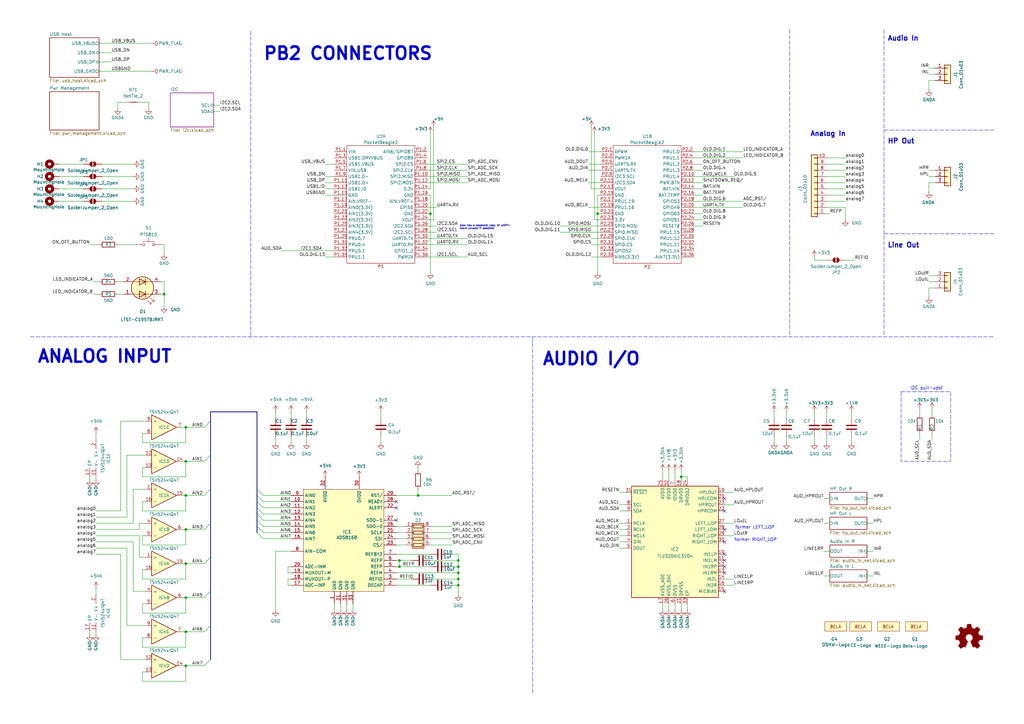
<source format=kicad_sch>
(kicad_sch (version 20231120) (generator "eeschema") (generator_version "8.0")
  (paper "A3")
  (title_block (title "PB2 Bela Mini Proto") (date "2024-11") (rev "rev 1.0") (company "Augmented Instruments Ltd."))
  (junction (at 187.96 240.03))
  (junction (at 187.96 237.49))
  (junction (at 76.2 231.14))
  (junction (at 163.83 232.41))
  (junction (at 76.2 245.11))
  (junction (at 76.2 203.2))
  (junction (at 16.51 -55.88))
  (junction (at 76.2 -33.02))
  (junction (at 279.4 195.58))
  (junction (at 76.2 273.05))
  (junction (at 48.26 -48.26))
  (junction (at 245.11 87.63))
  (junction (at 187.96 232.41))
  (junction (at 35.56 -33.02))
  (junction (at 76.2 189.23))
  (junction (at 31.75 -43.18))
  (junction (at 16.51 -43.18))
  (junction (at 76.2 -35.56))
  (junction (at 171.45 203.2))
  (junction (at 67.31 120.65))
  (junction (at 176.53 87.63))
  (junction (at 163.83 229.87))
  (junction (at 76.2 217.17))
  (junction (at 76.2 175.26))
  (junction (at 187.96 229.87))
  (junction (at 187.96 234.95))
  (junction (at 76.2 259.08))
  (no_connect (at 30.48 -20.32))
  (no_connect (at 297.18 242.57))
  (no_connect (at 162.56 208.28))
  (no_connect (at 297.18 232.41))
  (no_connect (at 80.01 -30.48))
  (no_connect (at 17.78 -27.94))
  (no_connect (at 80.01 -50.8))
  (no_connect (at 17.78 -40.64))
  (no_connect (at 92.71 -33.02))
  (no_connect (at 30.48 -38.1))
  (no_connect (at 297.18 229.87))
  (no_connect (at 92.71 -53.34))
  (no_connect (at 297.18 209.55))
  (no_connect (at 80.01 -45.72))
  (no_connect (at 80.01 -58.42))
  (no_connect (at 80.01 -38.1))
  (no_connect (at 92.71 -17.78))
  (no_connect (at 17.78 -58.42))
  (no_connect (at 80.01 -27.94))
  (no_connect (at 297.18 227.33))
  (no_connect (at 297.18 234.95))
  (no_connect (at 80.01 -20.32))
  (no_connect (at 162.56 213.36))
  (no_connect (at 30.48 -40.64))
  (no_connect (at 80.01 -53.34))
  (no_connect (at 92.71 -35.56))
  (no_connect (at 297.18 204.47))
  (no_connect (at 92.71 -55.88))
  (no_connect (at 17.78 -35.56))
  (no_connect (at 17.78 -30.48))
  (no_connect (at 92.71 -38.1))
  (no_connect (at 162.56 205.74))
  (no_connect (at 80.01 -48.26))
  (no_connect (at 17.78 -60.96))
  (no_connect (at 80.01 -60.96))
  (no_connect (at 80.01 -55.88))
  (no_connect (at 92.71 -48.26))
  (no_connect (at 92.71 -45.72))
  (no_connect (at 92.71 -27.94))
  (no_connect (at 30.48 -22.86))
  (no_connect (at 17.78 -33.02))
  (no_connect (at 92.71 -43.18))
  (no_connect (at 92.71 -60.96))
  (no_connect (at 80.01 -22.86))
  (no_connect (at 92.71 -50.8))
  (no_connect (at 17.78 -38.1))
  (no_connect (at 297.18 217.17))
  (no_connect (at 92.71 -58.42))
  (no_connect (at 80.01 -25.4))
  (no_connect (at 92.71 -40.64))
  (no_connect (at 297.18 222.25))
  (no_connect (at 17.78 -22.86))
  (no_connect (at 80.01 -17.78))
  (no_connect (at 30.48 -25.4))
  (no_connect (at 80.01 -33.02))
  (no_connect (at 17.78 -17.78))
  (bus_entry (at 107.95 208.28) (size -2.54 -2.54))
  (bus_entry (at 107.95 213.36) (size -2.54 -2.54))
  (bus_entry (at 107.95 215.9) (size -2.54 -2.54))
  (bus_entry (at 83.82 245.11) (size 2.54 -2.54))
  (bus_entry (at 83.82 259.08) (size 2.54 -2.54))
  (bus_entry (at 107.95 220.98) (size -2.54 -2.54))
  (bus_entry (at 107.95 205.74) (size -2.54 -2.54))
  (bus_entry (at 83.82 273.05) (size 2.54 -2.54))
  (bus_entry (at 107.95 203.2) (size -2.54 -2.54))
  (bus_entry (at 107.95 218.44) (size -2.54 -2.54))
  (bus_entry (at 83.82 217.17) (size 2.54 -2.54))
  (bus_entry (at 83.82 203.2) (size 2.54 -2.54))
  (bus_entry (at 107.95 210.82) (size -2.54 -2.54))
  (bus_entry (at 83.82 189.23) (size 2.54 -2.54))
  (bus_entry (at 83.82 231.14) (size 2.54 -2.54))
  (bus_entry (at 83.82 175.26) (size 2.54 -2.54))
  (wire (pts (xy 346.71 85.09) (xy 346.71 90.17)))
  (wire (pts (xy 171.45 200.66) (xy 171.45 203.2)))
  (wire (pts (xy 76.2 189.23) (xy 74.93 189.23)))
  (wire (pts (xy 346.71 64.77) (xy 339.09 64.77)))
  (wire (pts (xy 297.18 219.71) (xy 300.99 219.71)))
  (wire (pts (xy 246.38 90.17) (xy 243.84 90.17)))
  (wire (pts (xy 67.31 115.57) (xy 66.04 115.57)))
  (wire (pts (xy 76.2 273.05) (xy 74.93 273.05)))
  (wire (pts (xy 133.35 67.31) (xy 137.16 67.31)))
  (wire (pts (xy 49.53 209.55) (xy 49.53 172.72)))
  (wire (pts (xy 337.82 226.06) (xy 340.36 226.06)))
  (wire (pts (xy 284.48 92.71) (xy 288.29 92.71)))
  (wire (pts (xy 175.26 95.25) (xy 179.07 95.25)))
  (wire (pts (xy 337.82 236.22) (xy 340.36 236.22)))
  (wire (pts (xy 281.94 247.65) (xy 281.94 250.19)))
  (bus (pts (xy 86.36 214.63) (xy 86.36 228.6)))
  (wire (pts (xy 163.83 229.87) (xy 163.83 232.41)))
  (wire (pts (xy 317.5 168.91) (xy 317.5 171.45)))
  (wire (pts (xy 254 201.93) (xy 256.54 201.93)))
  (wire (pts (xy 76.2 209.55) (xy 76.2 203.2)))
  (wire (pts (xy 118.11 234.95) (xy 119.38 234.95)))
  (wire (pts (xy 381 33.02) (xy 383.54 33.02)))
  (wire (pts (xy 58.42 181.61) (xy 76.2 181.61)))
  (bus (pts (xy 86.36 168.91) (xy 86.36 172.72)))
  (wire (pts (xy 279.4 193.04) (xy 279.4 195.58)))
  (wire (pts (xy 58.42 191.77) (xy 58.42 195.58)))
  (wire (pts (xy 36.83 260.35) (xy 36.83 259.08)))
  (wire (pts (xy 24.13 72.39) (xy 34.29 72.39)))
  (wire (pts (xy 16.51 -53.34) (xy 17.78 -53.34)))
  (wire (pts (xy 133.35 80.01) (xy 137.16 80.01)))
  (wire (pts (xy 39.37 212.09) (xy 52.07 212.09)))
  (wire (pts (xy 162.56 203.2) (xy 171.45 203.2)))
  (wire (pts (xy 175.26 85.09) (xy 179.07 85.09)))
  (wire (pts (xy 76.2 265.43) (xy 76.2 259.08)))
  (wire (pts (xy 39.37 177.8) (xy 39.37 180.34)))
  (wire (pts (xy 284.48 82.55) (xy 304.8 82.55)))
  (wire (pts (xy 119.38 168.91) (xy 119.38 171.45)))
  (wire (pts (xy 24.13 82.55) (xy 34.29 82.55)))
  (wire (pts (xy 12.7 -25.4) (xy 17.78 -25.4)))
  (wire (pts (xy 58.42 177.8) (xy 59.69 177.8)))
  (polyline (pts (xy 12.446 138.176) (xy 407.416 138.176)) (stroke (width 0) (type dash)))
  (wire (pts (xy 66.04 100.33) (xy 67.31 100.33)))
  (wire (pts (xy 76.2 175.26) (xy 74.93 175.26)))
  (wire (pts (xy 187.96 229.87) (xy 187.96 232.41)))
  (wire (pts (xy 137.16 247.65) (xy 137.16 250.19)))
  (wire (pts (xy 346.71 80.01) (xy 339.09 80.01)))
  (polyline (pts (xy 362.585 12.065) (xy 362.585 137.795)) (stroke (width 0) (type dash)))
  (wire (pts (xy 36.83 196.85) (xy 36.83 195.58)))
  (wire (pts (xy 245.11 80.01) (xy 246.38 80.01)))
  (wire (pts (xy 297.18 240.03) (xy 300.99 240.03)))
  (wire (pts (xy 254 214.63) (xy 256.54 214.63)))
  (wire (pts (xy 76.2 -31.75) (xy 76.2 -33.02)))
  (wire (pts (xy 52.07 224.79) (xy 52.07 256.54)))
  (wire (pts (xy 39.37 217.17) (xy 57.15 217.17)))
  (wire (pts (xy 52.07 186.69) (xy 59.69 186.69)))
  (wire (pts (xy 334.01 105.41) (xy 334.01 106.68)))
  (wire (pts (xy 381 72.39) (xy 383.54 72.39)))
  (wire (pts (xy 334.01 179.07) (xy 334.01 181.61)))
  (wire (pts (xy 175.26 105.41) (xy 191.77 105.41)))
  (bus (pts (xy 105.41 210.82) (xy 105.41 208.28)))
  (wire (pts (xy 241.3 69.85) (xy 246.38 69.85)))
  (wire (pts (xy 76.2 -43.18) (xy 76.2 -35.56)))
  (wire (pts (xy 76.2 231.14) (xy 74.93 231.14)))
  (wire (pts (xy 107.95 205.74) (xy 119.38 205.74)))
  (wire (pts (xy 175.26 87.63) (xy 176.53 87.63)))
  (wire (pts (xy 279.4 195.58) (xy 279.4 196.85)))
  (wire (pts (xy 40.64 17.78) (xy 62.23 17.78)))
  (wire (pts (xy 40.64 29.21) (xy 62.23 29.21)))
  (bus (pts (xy 86.36 242.57) (xy 86.36 256.54)))
  (wire (pts (xy 176.53 87.63) (xy 176.53 111.76)))
  (wire (pts (xy 175.26 90.17) (xy 177.8 90.17)))
  (wire (pts (xy 274.32 247.65) (xy 274.32 250.19)))
  (wire (pts (xy 242.57 100.33) (xy 246.38 100.33)))
  (wire (pts (xy 30.48 -33.02) (xy 35.56 -33.02)))
  (wire (pts (xy 52.07 212.09) (xy 52.07 186.69)))
  (wire (pts (xy 76.2 245.11) (xy 74.93 245.11)))
  (wire (pts (xy 187.96 240.03) (xy 187.96 243.84)))
  (wire (pts (xy 76.2 -33.02) (xy 76.2 -35.56)))
  (wire (pts (xy 58.42 261.62) (xy 58.42 265.43)))
  (wire (pts (xy 76.2 223.52) (xy 76.2 217.17)))
  (wire (pts (xy 107.95 220.98) (xy 119.38 220.98)))
  (wire (pts (xy 184.15 232.41) (xy 187.96 232.41)))
  (wire (pts (xy 48.26 -50.8) (xy 48.26 -48.26)))
  (wire (pts (xy 57.15 217.17) (xy 57.15 214.63)))
  (wire (pts (xy 175.26 72.39) (xy 191.77 72.39)))
  (wire (pts (xy 57.15 41.91) (xy 60.96 41.91)))
  (wire (pts (xy 284.48 62.23) (xy 304.8 62.23)))
  (wire (pts (xy 118.11 232.41) (xy 119.38 232.41)))
  (wire (pts (xy 381 74.93) (xy 381 78.74)))
  (wire (pts (xy 30.48 -35.56) (xy 31.75 -35.56)))
  (wire (pts (xy 76.2 181.61) (xy 76.2 175.26)))
  (wire (pts (xy 334.01 106.68) (xy 339.09 106.68)))
  (wire (pts (xy 11.43 -48.26) (xy 17.78 -48.26)))
  (wire (pts (xy 58.42 265.43) (xy 76.2 265.43)))
  (wire (pts (xy 39.37 214.63) (xy 54.61 214.63)))
  (wire (pts (xy 171.45 203.2) (xy 185.42 203.2)))
  (wire (pts (xy 58.42 233.68) (xy 58.42 237.49)))
  (wire (pts (xy 30.48 -43.18) (xy 31.75 -43.18)))
  (wire (pts (xy 58.42 275.59) (xy 58.42 279.4)))
  (wire (pts (xy 175.26 74.93) (xy 191.77 74.93)))
  (wire (pts (xy 339.09 179.07) (xy 339.09 181.61)))
  (wire (pts (xy 52.07 41.91) (xy 48.26 41.91)))
  (wire (pts (xy 133.35 105.41) (xy 137.16 105.41)))
  (wire (pts (xy 35.56 -34.29) (xy 35.56 -33.02)))
  (wire (pts (xy 274.32 193.04) (xy 274.32 196.85)))
  (wire (pts (xy 245.11 87.63) (xy 245.11 80.01)))
  (wire (pts (xy 119.38 179.07) (xy 119.38 181.61)))
  (wire (pts (xy 288.29 67.31) (xy 284.48 67.31)))
  (wire (pts (xy 48.26 115.57) (xy 50.8 115.57)))
  (wire (pts (xy 346.71 72.39) (xy 339.09 72.39)))
  (wire (pts (xy 271.78 193.04) (xy 271.78 196.85)))
  (bus (pts (xy 105.41 205.74) (xy 105.41 203.2)))
  (wire (pts (xy 176.53 220.98) (xy 185.42 220.98)))
  (wire (pts (xy 76.2 259.08) (xy 83.82 259.08)))
  (wire (pts (xy 176.53 54.61) (xy 176.53 77.47)))
  (wire (pts (xy 11.43 -50.8) (xy 17.78 -50.8)))
  (wire (pts (xy 242.57 105.41) (xy 246.38 105.41)))
  (wire (pts (xy 54.61 222.25) (xy 54.61 242.57)))
  (wire (pts (xy 381 118.11) (xy 381 121.92)))
  (wire (pts (xy 58.42 247.65) (xy 58.42 251.46)))
  (wire (pts (xy 156.21 168.91) (xy 156.21 171.45)))
  (wire (pts (xy 107.95 210.82) (xy 119.38 210.82)))
  (bus (pts (xy 105.41 208.28) (xy 105.41 205.74)))
  (wire (pts (xy 67.31 115.57) (xy 67.31 120.65)))
  (wire (pts (xy 337.82 204.47) (xy 340.36 204.47)))
  (wire (pts (xy 11.43 -43.18) (xy 16.51 -43.18)))
  (wire (pts (xy 30.48 -50.8) (xy 31.75 -50.8)))
  (wire (pts (xy 163.83 232.41) (xy 162.56 232.41)))
  (wire (pts (xy 57.15 228.6) (xy 59.69 228.6)))
  (wire (pts (xy 176.53 229.87) (xy 187.96 229.87)))
  (wire (pts (xy 382.27 180.34) (xy 382.27 177.8)))
  (wire (pts (xy 30.48 -58.42) (xy 34.29 -58.42)))
  (wire (pts (xy 76.2 195.58) (xy 76.2 189.23)))
  (wire (pts (xy 54.61 242.57) (xy 59.69 242.57)))
  (wire (pts (xy 381 33.02) (xy 381 36.83)))
  (wire (pts (xy 381 30.48) (xy 383.54 30.48)))
  (bus (pts (xy 105.41 168.91) (xy 86.36 168.91)))
  (wire (pts (xy 76.2 217.17) (xy 83.82 217.17)))
  (wire (pts (xy 54.61 200.66) (xy 59.69 200.66)))
  (wire (pts (xy 31.75 -43.18) (xy 39.37 -43.18)))
  (wire (pts (xy 41.91 72.39) (xy 54.61 72.39)))
  (wire (pts (xy 175.26 97.79) (xy 191.77 97.79)))
  (wire (pts (xy 175.26 100.33) (xy 191.77 100.33)))
  (wire (pts (xy 58.42 233.68) (xy 59.69 233.68)))
  (wire (pts (xy 48.26 -48.26) (xy 48.26 -45.72)))
  (bus (pts (xy 86.36 186.69) (xy 86.36 200.66)))
  (wire (pts (xy 176.53 223.52) (xy 185.42 223.52)))
  (wire (pts (xy 133.35 72.39) (xy 137.16 72.39)))
  (wire (pts (xy 346.71 82.55) (xy 339.09 82.55)))
  (wire (pts (xy 297.18 207.01) (xy 300.99 207.01)))
  (wire (pts (xy 346.71 67.31) (xy 339.09 67.31)))
  (wire (pts (xy 241.3 85.09) (xy 246.38 85.09)))
  (wire (pts (xy 381 115.57) (xy 383.54 115.57)))
  (wire (pts (xy 16.51 -43.18) (xy 17.78 -43.18)))
  (wire (pts (xy 279.4 247.65) (xy 279.4 250.19)))
  (wire (pts (xy 176.53 80.01) (xy 175.26 80.01)))
  (wire (pts (xy 242.57 97.79) (xy 246.38 97.79)))
  (wire (pts (xy 76.2 273.05) (xy 83.82 273.05)))
  (wire (pts (xy 49.53 172.72) (xy 59.69 172.72)))
  (bus (pts (xy 86.36 200.66) (xy 86.36 214.63)))
  (wire (pts (xy 162.56 223.52) (xy 166.37 223.52)))
  (wire (pts (xy 339.09 87.63) (xy 340.36 87.63)))
  (wire (pts (xy 40.64 21.59) (xy 45.72 21.59)))
  (wire (pts (xy 113.03 168.91) (xy 113.03 171.45)))
  (wire (pts (xy 163.83 229.87) (xy 168.91 229.87)))
  (wire (pts (xy 58.42 237.49) (xy 76.2 237.49)))
  (wire (pts (xy 139.7 247.65) (xy 139.7 250.19)))
  (wire (pts (xy 377.19 180.34) (xy 377.19 177.8)))
  (wire (pts (xy 76.2 279.4) (xy 76.2 273.05)))
  (wire (pts (xy 107.95 215.9) (xy 119.38 215.9)))
  (wire (pts (xy 187.96 227.33) (xy 184.15 227.33)))
  (bus (pts (xy 105.41 213.36) (xy 105.41 210.82)))
  (wire (pts (xy 16.51 -55.88) (xy 17.78 -55.88)))
  (wire (pts (xy 58.42 205.74) (xy 58.42 209.55)))
  (wire (pts (xy 48.26 120.65) (xy 50.8 120.65)))
  (wire (pts (xy 41.91 82.55) (xy 54.61 82.55)))
  (wire (pts (xy 176.53 218.44) (xy 185.42 218.44)))
  (wire (pts (xy 346.71 69.85) (xy 339.09 69.85)))
  (wire (pts (xy 279.4 195.58) (xy 281.94 195.58)))
  (wire (pts (xy 39.37 260.35) (xy 39.37 259.08)))
  (wire (pts (xy 241.3 62.23) (xy 246.38 62.23)))
  (wire (pts (xy 142.24 247.65) (xy 142.24 250.19)))
  (wire (pts (xy 58.42 177.8) (xy 58.42 181.61)))
  (wire (pts (xy 24.13 77.47) (xy 34.29 77.47)))
  (wire (pts (xy 58.42 219.71) (xy 59.69 219.71)))
  (wire (pts (xy 39.37 209.55) (xy 49.53 209.55)))
  (wire (pts (xy 118.11 237.49) (xy 119.38 237.49)))
  (wire (pts (xy 58.42 209.55) (xy 76.2 209.55)))
  (wire (pts (xy 119.38 226.06) (xy 113.03 226.06)))
  (wire (pts (xy 284.48 90.17) (xy 288.29 90.17)))
  (wire (pts (xy 38.1 115.57) (xy 40.64 115.57)))
  (wire (pts (xy 30.48 -53.34) (xy 31.75 -53.34)))
  (wire (pts (xy 184.15 240.03) (xy 187.96 240.03)))
  (wire (pts (xy 38.1 120.65) (xy 40.64 120.65)))
  (wire (pts (xy 254 217.17) (xy 256.54 217.17)))
  (wire (pts (xy 284.48 64.77) (xy 304.8 64.77)))
  (wire (pts (xy 322.58 179.07) (xy 322.58 181.61)))
  (wire (pts (xy 30.48 -60.96) (xy 34.29 -60.96)))
  (wire (pts (xy 125.73 168.91) (xy 125.73 171.45)))
  (wire (pts (xy 40.64 25.4) (xy 45.72 25.4)))
  (wire (pts (xy 276.86 247.65) (xy 276.86 250.19)))
  (wire (pts (xy 113.03 179.07) (xy 113.03 181.61)))
  (wire (pts (xy 322.58 168.91) (xy 322.58 171.45)))
  (wire (pts (xy 317.5 179.07) (xy 317.5 181.61)))
  (wire (pts (xy 92.71 -25.4) (xy 96.52 -25.4)))
  (wire (pts (xy 381 69.85) (xy 383.54 69.85)))
  (wire (pts (xy 59.69 270.51) (xy 49.53 270.51)))
  (wire (pts (xy 246.38 77.47) (xy 242.57 77.47)))
  (wire (pts (xy 107.95 203.2) (xy 119.38 203.2)))
  (polyline (pts (xy 218.44 138.43) (xy 218.44 284.48)) (stroke (width 0) (type dash)))
  (wire (pts (xy 58.42 191.77) (xy 59.69 191.77)))
  (wire (pts (xy 41.91 77.47) (xy 54.61 77.47)))
  (wire (pts (xy 241.3 74.93) (xy 246.38 74.93)))
  (wire (pts (xy 113.03 226.06) (xy 113.03 250.19)))
  (wire (pts (xy 349.25 181.61) (xy 349.25 179.07)))
  (wire (pts (xy 163.83 229.87) (xy 162.56 229.87)))
  (wire (pts (xy 11.43 -55.88) (xy 16.51 -55.88)))
  (wire (pts (xy 229.87 92.71) (xy 246.38 92.71)))
  (wire (pts (xy 30.48 -45.72) (xy 48.26 -45.72)))
  (wire (pts (xy 377.19 167.64) (xy 377.19 170.18)))
  (polyline (pts (xy 362.585 95.885) (xy 407.67 95.885)) (stroke (width 0) (type dash)))
  (polyline (pts (xy 102.87 12.7) (xy 102.87 138.684)) (stroke (width 0) (type dash)))
  (bus (pts (xy 105.41 215.9) (xy 105.41 213.36)))
  (wire (pts (xy 76.2 245.11) (xy 83.82 245.11)))
  (wire (pts (xy 39.37 222.25) (xy 54.61 222.25)))
  (wire (pts (xy 381 74.93) (xy 383.54 74.93)))
  (wire (pts (xy 76.2 203.2) (xy 83.82 203.2)))
  (wire (pts (xy 16.51 -53.34) (xy 16.51 -55.88)))
  (wire (pts (xy 176.53 80.01) (xy 176.53 87.63)))
  (wire (pts (xy 144.78 247.65) (xy 144.78 250.19)))
  (wire (pts (xy 162.56 220.98) (xy 166.37 220.98)))
  (wire (pts (xy 381 118.11) (xy 383.54 118.11)))
  (wire (pts (xy 163.83 232.41) (xy 176.53 232.41)))
  (wire (pts (xy 346.71 74.93) (xy 339.09 74.93)))
  (wire (pts (xy 358.14 236.22) (xy 355.6 236.22)))
  (bus (pts (xy 86.36 172.72) (xy 86.36 186.69)))
  (wire (pts (xy 381 27.94) (xy 383.54 27.94)))
  (wire (pts (xy 297.18 201.93) (xy 300.99 201.93)))
  (wire (pts (xy 92.71 -30.48) (xy 96.52 -30.48)))
  (wire (pts (xy 254 207.01) (xy 256.54 207.01)))
  (wire (pts (xy 58.42 223.52) (xy 76.2 223.52)))
  (wire (pts (xy 76.2 237.49) (xy 76.2 231.14)))
  (wire (pts (xy 31.75 -35.56) (xy 31.75 -43.18)))
  (wire (pts (xy 76.2 217.17) (xy 74.93 217.17)))
  (bus (pts (xy 86.36 256.54) (xy 86.36 270.51)))
  (wire (pts (xy 60.96 41.91) (xy 60.96 44.45)))
  (wire (pts (xy 76.2 189.23) (xy 83.82 189.23)))
  (bus (pts (xy 105.41 218.44) (xy 105.41 215.9)))
  (wire (pts (xy 284.48 77.47) (xy 288.29 77.47)))
  (wire (pts (xy 162.56 227.33) (xy 176.53 227.33)))
  (wire (pts (xy 58.42 261.62) (xy 59.69 261.62)))
  (wire (pts (xy 187.96 234.95) (xy 187.96 232.41)))
  (wire (pts (xy 254 224.79) (xy 256.54 224.79)))
  (wire (pts (xy 133.35 74.93) (xy 137.16 74.93)))
  (wire (pts (xy 39.37 -43.18) (xy 39.37 -41.91)))
  (wire (pts (xy 162.56 234.95) (xy 187.96 234.95)))
  (wire (pts (xy 57.15 214.63) (xy 59.69 214.63)))
  (wire (pts (xy 346.71 77.47) (xy 339.09 77.47)))
  (bus (pts (xy 86.36 228.6) (xy 86.36 242.57)))
  (wire (pts (xy 30.48 -27.94) (xy 48.26 -27.94)))
  (wire (pts (xy 74.93 259.08) (xy 76.2 259.08)))
  (wire (pts (xy 57.15 219.71) (xy 57.15 228.6)))
  (wire (pts (xy 48.26 41.91) (xy 48.26 44.45)))
  (wire (pts (xy 358.14 214.63) (xy 355.6 214.63)))
  (wire (pts (xy 90.17 43.18) (xy 87.63 43.18)))
  (bus (pts (xy 105.41 203.2) (xy 105.41 200.66)))
  (wire (pts (xy 242.57 52.07) (xy 242.57 77.47)))
  (wire (pts (xy 246.38 87.63) (xy 245.11 87.63)))
  (wire (pts (xy 92.71 -20.32) (xy 109.22 -20.32)))
  (wire (pts (xy 90.17 45.72) (xy 87.63 45.72)))
  (wire (pts (xy 177.8 52.07) (xy 177.8 90.17)))
  (wire (pts (xy 24.13 67.31) (xy 34.29 67.31)))
  (wire (pts (xy 67.31 120.65) (xy 66.04 120.65)))
  (wire (pts (xy 67.31 120.65) (xy 67.31 125.73)))
  (wire (pts (xy 284.48 80.01) (xy 288.29 80.01)))
  (wire (pts (xy 76.2 231.14) (xy 83.82 231.14)))
  (wire (pts (xy 49.53 227.33) (xy 39.37 227.33)))
  (wire (pts (xy 39.37 196.85) (xy 39.37 195.58)))
  (wire (pts (xy 349.25 168.91) (xy 349.25 171.45)))
  (wire (pts (xy 339.09 85.09) (xy 346.71 85.09)))
  (wire (pts (xy 133.35 77.47) (xy 137.16 77.47)))
  (wire (pts (xy 284.48 72.39) (xy 300.99 72.39)))
  (wire (pts (xy 58.42 195.58) (xy 76.2 195.58)))
  (wire (pts (xy 73.66 -40.64) (xy 80.01 -40.64)))
  (wire (pts (xy 276.86 193.04) (xy 276.86 196.85)))
  (wire (pts (xy 107.95 218.44) (xy 119.38 218.44)))
  (wire (pts (xy 350.52 106.68) (xy 346.71 106.68)))
  (wire (pts (xy 176.53 237.49) (xy 187.96 237.49)))
  (wire (pts (xy 12.7 -20.32) (xy 17.78 -20.32)))
  (bus (pts (xy 105.41 168.91) (xy 105.41 200.66)))
  (wire (pts (xy 118.11 232.41) (xy 118.11 234.95)))
  (wire (pts (xy 284.48 74.93) (xy 288.29 74.93)))
  (wire (pts (xy 187.96 234.95) (xy 187.96 237.49)))
  (wire (pts (xy 281.94 195.58) (xy 281.94 196.85)))
  (wire (pts (xy 76.2 251.46) (xy 76.2 245.11)))
  (wire (pts (xy 125.73 179.07) (xy 125.73 181.61)))
  (wire (pts (xy 175.26 69.85) (xy 191.77 69.85)))
  (wire (pts (xy 118.11 240.03) (xy 119.38 240.03)))
  (wire (pts (xy 74.93 203.2) (xy 76.2 203.2)))
  (wire (pts (xy 175.26 67.31) (xy 191.77 67.31)))
  (wire (pts (xy 39.37 241.3) (xy 39.37 243.84)))
  (wire (pts (xy 58.42 275.59) (xy 59.69 275.59)))
  (wire (pts (xy 58.42 279.4) (xy 76.2 279.4)))
  (wire (pts (xy 115.57 102.87) (xy 137.16 102.87)))
  (wire (pts (xy 39.37 224.79) (xy 52.07 224.79)))
  (wire (pts (xy 41.91 67.31) (xy 54.61 67.31)))
  (wire (pts (xy 76.2 175.26) (xy 83.82 175.26)))
  (wire (pts (xy 162.56 237.49) (xy 168.91 237.49)))
  (wire (pts (xy 254 219.71) (xy 256.54 219.71)))
  (wire (pts (xy 284.48 87.63) (xy 288.29 87.63)))
  (wire (pts (xy 36.83 100.33) (xy 40.64 100.33)))
  (wire (pts (xy 58.42 219.71) (xy 58.42 223.52)))
  (wire (pts (xy 187.96 227.33) (xy 187.96 229.87)))
  (wire (pts (xy 254 209.55) (xy 256.54 209.55)))
  (wire (pts (xy 54.61 214.63) (xy 54.61 200.66)))
  (wire (pts (xy 107.95 208.28) (xy 119.38 208.28)))
  (wire (pts (xy 245.11 111.76) (xy 245.11 87.63)))
  (wire (pts (xy 254 222.25) (xy 256.54 222.25)))
  (wire (pts (xy 118.11 237.49) (xy 118.11 240.03)))
  (polyline (pts (xy 362.585 53.34) (xy 407.67 53.34)) (stroke (width 0) (type dash)))
  (wire (pts (xy 17.78 -45.72) (xy 16.51 -45.72)))
  (wire (pts (xy 297.18 214.63) (xy 300.99 214.63)))
  (wire (pts (xy 271.78 247.65) (xy 271.78 250.19)))
  (wire (pts (xy 339.09 168.91) (xy 339.09 171.45)))
  (wire (pts (xy 30.48 -48.26) (xy 31.75 -48.26)))
  (polyline (pts (xy 323.85 12.065) (xy 323.85 137.795)) (stroke (width 0) (type dash)))
  (wire (pts (xy 382.27 167.64) (xy 382.27 170.18)))
  (wire (pts (xy 107.95 213.36) (xy 119.38 213.36)))
  (wire (pts (xy 358.14 204.47) (xy 355.6 204.47)))
  (wire (pts (xy 76.2 -35.56) (xy 80.01 -35.56)))
  (wire (pts (xy 171.45 191.77) (xy 171.45 193.04)))
  (wire (pts (xy 243.84 54.61) (xy 243.84 90.17)))
  (wire (pts (xy 30.48 -17.78) (xy 34.29 -17.78)))
  (wire (pts (xy 284.48 85.09) (xy 304.8 85.09)))
  (wire (pts (xy 176.53 77.47) (xy 175.26 77.47)))
  (wire (pts (xy 52.07 256.54) (xy 59.69 256.54)))
  (wire (pts (xy 39.37 219.71) (xy 57.15 219.71)))
  (wire (pts (xy 187.96 240.03) (xy 187.96 237.49)))
  (wire (pts (xy 337.82 214.63) (xy 340.36 214.63)))
  (wire (pts (xy 162.56 218.44) (xy 166.37 218.44)))
  (wire (pts (xy 16.51 -45.72) (xy 16.51 -43.18)))
  (wire (pts (xy 92.71 -22.86) (xy 96.52 -22.86)))
  (wire (pts (xy 176.53 215.9) (xy 185.42 215.9)))
  (wire (pts (xy 58.42 205.74) (xy 59.69 205.74)))
  (wire (pts (xy 48.26 100.33) (xy 55.88 100.33)))
  (wire (pts (xy 334.01 168.91) (xy 334.01 171.45)))
  (wire (pts (xy 49.53 270.51) (xy 49.53 227.33)))
  (wire (pts (xy 241.3 67.31) (xy 246.38 67.31)))
  (wire (pts (xy 58.42 247.65) (xy 59.69 247.65)))
  (wire (pts (xy 297.18 237.49) (xy 300.99 237.49)))
  (wire (pts (xy 58.42 251.46) (xy 76.2 251.46)))
  (wire (pts (xy 30.48 -30.48) (xy 44.45 -30.48)))
  (wire (pts (xy 288.29 69.85) (xy 284.48 69.85)))
  (wire (pts (xy 229.87 95.25) (xy 246.38 95.25)))
  (wire (pts (xy 381 113.03) (xy 383.54 113.03)))
  (wire (pts (xy 67.31 100.33) (xy 67.31 104.14)))
  (wire (pts (xy 175.26 92.71) (xy 179.07 92.71)))
  (wire (pts (xy 80.01 -43.18) (xy 76.2 -43.18)))
  (wire (pts (xy 162.56 240.03) (xy 176.53 240.03)))
  (wire (pts (xy 30.48 -55.88) (xy 31.75 -55.88)))
  (wire (pts (xy 358.14 226.06) (xy 355.6 226.06)))
  (wire (pts (xy 162.56 215.9) (xy 166.37 215.9)))
  (wire (pts (xy 156.21 181.61) (xy 156.21 179.07)))
  (rectangle (start -0.254 -69.088) (end 113.792 -11.938))
  (rectangle (start 369.57 160.655) (end 389.89 189.23) (stroke (width 0) (type dash)))
  (text "Line Out" (at 363.982 101.854 0) (effects (font (size 2 2) (thickness 0.4) (bold yes)) (justify left bottom)))
  (text "Analog In\n" (at 332.232 56.134 0) (effects (font (size 2 2) (thickness 0.4) (bold yes)) (justify left bottom)))
  (text "I2C pull-ups!" (at 379.984 159.258 0) (effects (font (size 1.27 1.27))))
  (text "AUDIO I/O" (at 242.57 147.32 0) (effects (font (size 5.08 5.08) (thickness 1.016) (bold yes))))
  (text "ANALOG INPUT" (at 42.926 146.304 0) (effects (font (size 5.08 5.08) (thickness 1.016) (bold yes))))
  (text "Old PocketBeagle connectors" (at 58.928 -71.374 0) (effects (font (size 2 2)) (justify bottom)))
  (text "former LEFT_LOP" (at 309.626 216.408 0) (effects (font (size 1.27 1.27))))
  (text "Audio In" (at 363.982 17.018 0) (effects (font (size 2 2) (thickness 0.4) (bold yes)) (justify left bottom)))
  (text "PB2 CONNECTORS" (at 142.748 22.098 0) (effects (font (size 5.08 5.08) (thickness 1.016) (bold yes))))
  (text "also has a separate copy of UART4\nleave unused if possible\n" (at 188.468 93.218 0) (effects (font (size 0.75 0.75)) (justify left)))
  (text "former RIGHT_LOP" (at 309.88 221.488 0) (effects (font (size 1.27 1.27))))
  (text "HP Out" (at 363.982 59.182 0) (effects (font (size 2 2) (thickness 0.4) (bold yes)) (justify left bottom)))
  (label "RESETN" (at 254 201.93 180))
  (label "AUD_SCL" (at 377.19 180.34 270))
  (label "analog3" (at 346.71 72.39 0))
  (label "SHUTDOWN_REQ{slash}" (at 288.29 74.93 0))
  (label "AUD_HPROUT" (at 337.82 204.47 180))
  (label "RESETN" (at 96.52 -30.48 0))
  (label "analog2" (at 346.71 69.85 0))
  (label "analog4" (at 346.71 74.93 0))
  (label "SPI_ADC_MOSI" (at 185.42 220.98 0))
  (label "SPI2.CS" (at 179.07 67.31 0))
  (label "AIN3" (at 78.74 217.17 0))
  (label "AUD_HPROUT" (at 300.99 207.01 0))
  (label "analog4" (at 39.37 219.71 180))
  (label "OLD.DIG.2" (at 288.29 64.77 0))
  (label "AUD_SDA" (at 382.27 180.34 270))
  (label "LINE1RP" (at 337.82 226.06 180))
  (label "USB_DN" (at 133.35 72.39 180))
  (label "AUD_BCLK" (at 34.29 -17.78 0))
  (label "USB_DP" (at 11.43 -48.26 180))
  (label "LINE1LP" (at 337.82 236.22 180))
  (label "USB_VBUS" (at 45.72 17.78 0))
  (label "USBGND" (at 133.35 80.01 180))
  (label "SPI2.MOSI" (at 179.07 74.93 0))
  (label "AUD_WCLK" (at 288.29 72.39 0))
  (label "AUD_HPLOUT" (at 337.82 214.63 180))
  (label "I2C2.SDA" (at 90.17 45.72 0))
  (label "AUD_SDA" (at 115.57 102.87 180))
  (label "REFP" (at 165.1 232.41 0))
  (label "OLD.DIG.9" (at 288.29 90.17 0))
  (label "AIN7" (at 119.38 220.98 180))
  (label "AIN4" (at 78.74 231.14 0))
  (label "AUD_WCLK" (at 254 219.71 180))
  (label "USB_DN" (at 11.43 -50.8 180))
  (label "analog5" (at 39.37 222.25 180))
  (label "SCL" (at 39.37 -27.94 0))
  (label "LED_INDICATOR_A" (at 304.8 62.23 0))
  (label "AUD_DOUT" (at 96.52 -25.4 0))
  (label "UART4.TX" (at 288.29 85.09 0))
  (label "ON_OFF_BUTTON" (at 36.83 100.33 180))
  (label "OLD.DIG.5" (at 300.99 72.39 0))
  (label "LOutR" (at 300.99 219.71 0))
  (label "BAT.TEMP" (at 288.29 80.01 0))
  (label "SPI0.CLK" (at 242.57 97.79 180))
  (label "SPI0.MOSI" (at 242.57 92.71 180))
  (label "HPL" (at 381 72.39 180))
  (label "INL" (at 358.14 236.22 0))
  (label "INL" (at 381 30.48 180))
  (label "analog2" (at 39.37 214.63 180))
  (label "AIN3" (at 119.38 210.82 180))
  (label "LED_INDICATOR_B" (at 34.29 -58.42 0))
  (label "SPI_ADC_CNV" (at 185.42 223.52 0))
  (label "AIN0" (at 78.74 175.26 0))
  (label "SPI_ADC_SCK" (at 191.77 69.85 0))
  (label "OLD.DIG.11" (at 229.87 95.25 180))
  (label "AUD_DIN" (at 241.3 69.85 180))
  (label "AIN5" (at 78.74 245.11 0))
  (label "BAT.VIN" (at 288.29 77.47 0))
  (label "SPI0.CS" (at 242.57 100.33 180))
  (label "analog7" (at 39.37 227.33 180))
  (label "SHUTDOWN_REQ{slash}" (at 92.71 -20.32 0))
  (label "OLD.DIG.8" (at 288.29 87.63 0))
  (label "I2C1.SDA" (at 132.08 102.87 180))
  (label "LINE1LP" (at 300.99 237.49 0))
  (label "USB_VBUS" (at 11.43 -55.88 180))
  (label "SPI_ADC_CNV" (at 191.77 67.31 0))
  (label "OLD.DIG.12" (at 242.57 105.41 180))
  (label "OLD.DIG.14" (at 191.77 100.33 0))
  (label "LINE1RP" (at 300.99 240.03 0))
  (label "AIN1" (at 78.74 189.23 0))
  (label "HPR" (at 381 69.85 180))
  (label "AIN5" (at 119.38 215.9 180))
  (label "AUD_BCLK" (at 254 217.17 180))
  (label "USBGND" (at 45.72 29.21 0))
  (label "INR" (at 358.14 226.06 0))
  (label "INR" (at 381 27.94 180))
  (label "I2C2.SCL" (at 179.07 95.25 0))
  (label "AIN2" (at 78.74 203.2 0))
  (label "AIN0" (at 119.38 203.2 180))
  (label "SDA" (at 39.37 -30.48 0))
  (label "SPI_ADC_MOSI" (at 191.77 74.93 0))
  (label "UART0.TX" (at 179.07 97.79 0))
  (label "OLD.DIG.10" (at 229.87 92.71 180))
  (label "AUD_HPLOUT" (at 300.99 201.93 0))
  (label "RESETN" (at 288.29 92.71 0))
  (label "AUD_WCLK" (at 12.7 -20.32 180))
  (label "AIN6" (at 78.74 259.08 0))
  (label "UART4.RX" (at 179.07 85.09 0))
  (label "SPI_ADC_SCK" (at 185.42 218.44 0))
  (label "AIN4" (at 119.38 213.36 180))
  (label "AUD_DOUT" (at 254 222.25 180))
  (label "I2C1.SCL" (at 179.07 105.41 0))
  (label "analog0" (at 346.71 64.77 0))
  (label "OLD.DIG.7" (at 304.8 85.09 0))
  (label "HPR" (at 358.14 204.47 0))
  (label "analog0" (at 39.37 209.55 180))
  (label "AUD_DIN" (at 254 224.79 180))
  (label "USB_DP" (at 45.72 25.4 0))
  (label "SPI0.MISO" (at 242.57 95.25 180))
  (label "AUD_DIN" (at 96.52 -22.86 0))
  (label "AUD_MCLK" (at 12.7 -25.4 180))
  (label "I2C2.SDA" (at 179.07 92.71 0))
  (label "AIN7" (at 78.74 273.05 0))
  (label "AIN1" (at 119.38 205.74 180))
  (label "analog7" (at 346.71 82.55 0))
  (label "LED_INDICATOR_A" (at 38.1 115.57 180))
  (label "SPI2.MISO" (at 179.07 72.39 0))
  (label "AUD_BCLK" (at 241.3 85.09 180))
  (label "AUD_SCL" (at 254 207.01 180))
  (label "AIN6" (at 119.38 218.44 180))
  (label "analog6" (at 39.37 224.79 180))
  (label "ADC_RST{slash}" (at 304.8 82.55 0))
  (label "LOutL" (at 381 115.57 180))
  (label "AUD_DOUT" (at 241.3 67.31 180))
  (label "HPL" (at 358.14 214.63 0))
  (label "analog1" (at 346.71 67.31 0))
  (label "AUD_SCL" (at 191.77 105.41 0))
  (label "OLD.DIG.4" (at 288.29 69.85 0))
  (label "LOutL" (at 300.99 214.63 0))
  (label "AUD_MCLK" (at 254 214.63 180))
  (label "REFIO" (at 163.83 237.49 0))
  (label "USBGND" (at 11.43 -43.18 180))
  (label "ON_OFF_BUTTON" (at 288.29 67.31 0))
  (label "OLD.DIG.1" (at 288.29 62.23 0))
  (label "analog3" (at 39.37 217.17 180))
  (label "OLD.DIG.6" (at 288.29 82.55 0))
  (label "SPI_ADC_MISO" (at 191.77 72.39 0))
  (label "analog5" (at 346.71 77.47 0))
  (label "USB1.ID" (at 133.35 77.47 180))
  (label "LOutR" (at 381 113.03 180))
  (label "UART0.RX" (at 179.07 100.33 0))
  (label "SPI2.CLK" (at 179.07 69.85 0))
  (label "SPI_ADC_MISO" (at 185.42 215.9 0))
  (label "AUD_SDA" (at 254 209.55 180))
  (label "USB_VBUS" (at 133.35 67.31 180))
  (label "analog6" (at 346.71 80.01 0))
  (label "USB_DN" (at 45.72 21.59 0))
  (label "OLD.DIG.13" (at 133.35 105.41 180))
  (label "REFIO" (at 350.52 106.68 0))
  (label "I2C2.SCL" (at 90.17 43.18 0))
  (label "analog1" (at 39.37 212.09 180))
  (label "OLD.DIG.0" (at 241.3 62.23 180))
  (label "AUD_MCLK" (at 241.3 74.93 180))
  (label "USB_DP" (at 133.35 74.93 180))
  (label "LED_INDICATOR_A" (at 34.29 -60.96 0))
  (label "LED_INDICATOR_B" (at 38.1 120.65 180))
  (label "OLD.DIG.15" (at 191.77 97.79 0))
  (label "AIN2" (at 119.38 208.28 180))
  (label "ADC_RST{slash}" (at 185.42 203.2 0))
  (label "LED_INDICATOR_B" (at 304.8 64.77 0))
  (label "REFP" (at 340.36 87.63 0))
  (global_label "SPI_ADC_CNV" (shape input) (at 31.75 -55.88 0) (property "Intersheetrefs" "${INTERSHEET_REFS}" (effects (hide yes))))
  (global_label "SPI_MOSI" (shape input) (at 31.75 -48.26 0) (property "Intersheetrefs" "${INTERSHEET_REFS}" (effects (hide yes))))
  (global_label "ADC_RST{slash}" (shape input) (at 73.66 -40.64 180) (property "Intersheetrefs" "${INTERSHEET_REFS}" (effects (hide yes))))
  (global_label "SPI_SCK" (shape input) (at 31.75 -53.34 0) (property "Intersheetrefs" "${INTERSHEET_REFS}" (effects (hide yes))))
  (global_label "SPI_MISO" (shape input) (at 31.75 -50.8 0) (property "Intersheetrefs" "${INTERSHEET_REFS}" (effects (hide yes))))
  (symbol (lib_id "Device:R") (at 382.27 173.99 0) (unit 1)
    (property "Reference" "R2" (at 382.27 176.53 90) (effects (justify left)))
    (property "Value" "10k" (at 383.54 172.72 0) (effects (justify left)))
    (property "Footprint" "Resistor_SMD:R_0402_1005Metric" (effects (hide yes)))
  )
  (symbol (lib_id "power:+5V") (at 177.8 52.07 0) (mirror y) (unit 1)
    (property "Reference" "#PWR080" (effects (hide yes)))
    (property "Value" "+5V" (at 179.832 48.768 0))
  )
  (symbol (lib_id "Jumper:SolderJumper_2_Open") (at 38.1 67.31 0) (mirror x) (unit 1) (exclude_from_sim yes) (in_bom no)
    (property "Reference" "JP1" (at 34.29 65.532 0))
    (property "Value" "SolderJumper_2_Open" (at 38.1 69.9192 0))
    (property "Footprint" "Jumper:SolderJumper-2_P1.3mm_Open_RoundedPad1.0x1.5mm" (effects (hide yes)))
    (property "Description" "Solder Jumper, 2-pole, open" (effects (hide yes)))
  )
  (symbol (lib_id "Amplifier_Operational:TSV524xIQ4T") (at 67.31 217.17 0) (unit 2)
    (property "Reference" "IC1" (at 67.31 217.17 0))
    (property "Value" "TSV524xIQ4T" (at 67.31 210.8986 0))
    (property "Footprint" "Package_DFN_QFN:QFN-16-1EP_3x3mm_P0.5mm_EP1.7x1.7mm" (effects (hide yes)))
    (property "Datasheet" "https://www.st.com/resource/en/datasheet/tsv521.pdf" (effects (hide yes)))
  )
  (symbol (lib_id "power:+3.3VA") (at 279.4 193.04 0) (unit 1)
    (property "Reference" "#PWR040" (effects (hide yes)))
    (property "Value" "+3.3VA" (at 279.4 186.69 90))
  )
  (symbol (lib_id "Device:R") (at 44.45 120.65 270) (unit 1)
    (property "Reference" "R5" (at 44.45 120.65 90))
    (property "Value" "560" (at 44.45 123.19 90))
    (property "Footprint" "Resistor_SMD:R_0402_1005Metric" (effects (hide yes)))
  )
  (symbol (lib_id "Device:C") (at 172.72 229.87 90) (unit 1)
    (property "Reference" "C11" (at 175.895 228.6 90))
    (property "Value" "10uF" (at 176.53 231.14 90))
    (property "Footprint" "Capacitor_SMD:C_0603_1608Metric" (effects (hide yes)))
  )
  (symbol (lib_id "power:GND") (at 125.73 181.61 0) (unit 1)
    (property "Reference" "#PWR030" (effects (hide yes)))
    (property "Value" "GND" (at 125.73 186.1725 0))
  )
  (symbol (lib_id "power:GND") (at 36.83 260.35 0) (unit 1)
    (property "Reference" "#PWR057" (effects (hide yes)))
    (property "Value" "GND" (at 36.83 264.9125 90))
  )
  (symbol (lib_id "Bela:Bela-Logo") (at 364.49 262.89 0) (unit 1) (in_bom no)
    (property "Reference" "G2" (at 362.458 262.128 0) (effects (justify left)))
    (property "Value" "WEEE-Logo" (at 358.648 264.922 0) (effects (justify left)))
    (property "Footprint" "Symbol:WEEE-Logo_4.2x6mm_SilkScreen" (effects (hide yes)))
    (property "Description" "Bela Logo on PCB (Pick desired style and size in footprints)" (effects (hide yes)))
  )
  (symbol (lib_id "power:+3V3") (at 339.09 168.91 0) (unit 1)
    (property "Reference" "#PWR024" (effects (hide yes)))
    (property "Value" "+3V3" (at 339.09 165.3055 0))
  )
  (symbol (lib_id "power:PWR_FLAG") (at 76.2 -33.02 90) (unit 1)
    (property "Reference" "#FLG03" (effects (hide yes)))
    (property "Value" "PWR_FLAG" (at 73.66 -33.02 90) (effects (justify left)))
  )
  (symbol (lib_id "Bela:ADS8168") (at 142.24 191.77 0) (unit 1)
    (property "Reference" "IC3" (at 142.24 218.186 0))
    (property "Value" "ADS8168" (at 142.24 220.472 0))
    (property "Footprint" "Package_DFN_QFN:VQFN-32-1EP_5x5mm_P0.5mm_EP3.5x3.5mm" (effects (hide yes)))
  )
  (symbol (lib_id "Jumper:SolderJumper_2_Open") (at 342.9 106.68 0) (mirror x) (unit 1) (exclude_from_sim yes) (in_bom no)
    (property "Reference" "JP2" (at 342.9 111.7135 0))
    (property "Value" "SolderJumper_2_Open" (at 342.9 109.2892 0))
    (property "Footprint" "Jumper:SolderJumper-2_P1.3mm_Open_RoundedPad1.0x1.5mm" (effects (hide yes)))
    (property "Description" "Solder Jumper, 2-pole, open" (effects (hide yes)))
  )
  (symbol (lib_id "Amplifier_Operational:TSV524xIQ4T") (at 39.37 251.46 0) (unit 5)
    (property "Reference" "IC4" (at 44.45 251.46 90))
    (property "Value" "TSV524xIQ4T" (at 42.164 251.46 90))
    (property "Footprint" "Package_DFN_QFN:QFN-16-1EP_3x3mm_P0.5mm_EP1.7x1.7mm" (effects (hide yes)))
    (property "Datasheet" "https://www.st.com/resource/en/datasheet/tsv521.pdf" (effects (hide yes)))
  )
  (symbol (lib_id "power:+3V3") (at 377.19 167.64 0) (unit 1)
    (property "Reference" "#PWR08" (effects (hide yes)))
    (property "Value" "+3V3" (at 377.19 164.0355 0))
  )
  (symbol (lib_id "Device:R_Pack04") (at 171.45 220.98 270) (unit 1)
    (property "Reference" "RN1" (at 171.45 210.82 90))
    (property "Value" "22" (at 171.45 213.4386 90))
    (property "Footprint" "Resistor_SMD:R_Array_Concave_4x0603" (effects (hide yes)))
  )
  (symbol (lib_id "Connector_Generic:Conn_01x03") (at 388.62 72.39 0) (unit 1)
    (property "Reference" "J2" (at 391.922 73.66 90) (effects (justify left)))
    (property "Value" "Conn_01x03" (at 394.208 78.486 90) (effects (justify left)))
    (property "Footprint" "Connector_Molex:Molex_KK-254_AE-6410-03A_1x03_P2.54mm_Vertical" (effects (hide yes)))
  )
  (symbol (lib_id "power:GND") (at 346.71 90.17 0) (unit 1)
    (property "Reference" "#PWR011" (effects (hide yes)))
    (property "Value" "GND" (at 349.25 91.4399 0) (effects (justify left)))
  )
  (symbol (lib_id "Bela:TLV320AIC3104") (at 276.86 185.42 0) (unit 1)
    (property "Reference" "IC2" (at 275.082 225.298 0) (effects (justify left)))
    (property "Value" "TLV320AIC3104" (at 269.494 228.092 0) (effects (justify left)))
    (property "Footprint" "Package_DFN_QFN:QFN-32-1EP_5x5mm_P0.5mm_EP3.3x3.3mm" (effects (hide yes)))
  )
  (symbol (lib_id "Mechanical:MountingHole_Pad") (at 21.59 77.47 90) (unit 1) (exclude_from_sim yes) (in_bom no)
    (property "Reference" "H3" (at 16.51 77.47 90))
    (property "Value" "MountingHole" (at 20.066 79.756 90))
    (property "Footprint" "MountingHole:MountingHole_3.2mm_M3_DIN965_Pad" (effects (hide yes)))
    (property "Description" "Mounting Hole with connection" (effects (hide yes)))
  )
  (symbol (lib_id "power:+1V8") (at 349.25 168.91 0) (unit 1)
    (property "Reference" "#PWR025" (effects (hide yes)))
    (property "Value" "+1V8" (at 349.25 165.3055 0))
  )
  (symbol (lib_id "power:GNDA") (at 381 78.74 0) (unit 1)
    (property "Reference" "#PWR010" (effects (hide yes)))
    (property "Value" "GNDA" (at 380.746 83.058 0))
    (property "Description" "Power symbol creates a global label with name \"GNDA\" , analog ground" (effects (hide yes)))
  )
  (symbol (lib_id "power:GND") (at 76.2 -31.75 0) (unit 1)
    (property "Reference" "#PWR04" (effects (hide yes)))
    (property "Value" "GND" (at 76.2 -27.1875 0))
  )
  (symbol (lib_id "Device:C") (at 334.01 175.26 0) (unit 1)
    (property "Reference" "C7" (at 329.565 172.72 0) (effects (justify left)))
    (property "Value" "10uF" (at 328.93 177.8 0) (effects (justify left)))
    (property "Footprint" "Capacitor_SMD:C_0603_1608Metric" (effects (hide yes)))
  )
  (symbol (lib_id "Device:R") (at 44.45 115.57 90) (unit 1)
    (property "Reference" "R4" (at 44.45 115.57 90))
    (property "Value" "560" (at 44.45 113.03 90))
    (property "Footprint" "Resistor_SMD:R_0402_1005Metric" (effects (hide yes)))
  )
  (symbol (lib_id "Bela:Bela-Logo") (at 342.9 262.89 0) (unit 1) (in_bom no)
    (property "Reference" "G4" (at 340.868 262.128 0) (effects (justify left)))
    (property "Value" "OSHW-Logo" (at 337.058 264.414 0) (effects (justify left)))
    (property "Footprint" "Symbol:OSHW-Logo2_7.3x6mm_SilkScreen" (effects (hide yes)))
    (property "Description" "Bela Logo on PCB (Pick desired style and size in footprints)" (effects (hide yes)))
  )
  (symbol (lib_id "Graphic:Logo_Open_Hardware_Small") (at 397.51 261.62 0) (unit 1) (exclude_from_sim yes) (in_bom no) (on_board no)
    (property "Reference" "#SYM1" (effects (hide yes)))
    (property "Value" "Logo_Open_Hardware_Small" (effects (hide yes)))
    (property "Description" "Open Hardware logo, small" (effects (hide yes)))
  )
  (symbol (lib_id "Device:C") (at 156.21 175.26 180) (unit 1)
    (property "Reference" "C4" (at 159.131 174.3515 0) (effects (justify right)))
    (property "Value" "0.1uF" (at 159.131 177.1266 0) (effects (justify right)))
    (property "Footprint" "Capacitor_SMD:C_0402_1005Metric" (effects (hide yes)))
  )
  (symbol (lib_id "power:GNDA") (at 381 121.92 0) (unit 1)
    (property "Reference" "#PWR070" (effects (hide yes)))
    (property "Value" "GNDA" (at 381 125.73 0))
    (property "Description" "Power symbol creates a global label with name \"GNDA\" , analog ground" (effects (hide yes)))
  )
  (symbol (lib_id "Device:C") (at 180.34 240.03 90) (unit 1)
    (property "Reference" "C14" (at 183.896 239.014 90))
    (property "Value" "1uF" (at 183.896 240.919 90))
    (property "Footprint" "Capacitor_SMD:C_0402_1005Metric" (effects (hide yes)))
  )
  (symbol (lib_id "power:GND") (at 54.61 77.47 90) (unit 1)
    (property "Reference" "#PWR085" (effects (hide yes)))
    (property "Value" "GND" (at 58.42 77.47 0))
  )
  (symbol (lib_id "Amplifier_Operational:TSV524xIQ4T") (at 67.31 245.11 0) (unit 2)
    (property "Reference" "IC4" (at 67.31 245.11 0))
    (property "Value" "TSV524xIQ4T" (at 67.31 238.8386 0))
    (property "Footprint" "Package_DFN_QFN:QFN-16-1EP_3x3mm_P0.5mm_EP1.7x1.7mm" (effects (hide yes)))
    (property "Datasheet" "https://www.st.com/resource/en/datasheet/tsv521.pdf" (effects (hide yes)))
  )
  (symbol (lib_id "power:GND") (at 36.83 196.85 0) (unit 1)
    (property "Reference" "#PWR043" (effects (hide yes)))
    (property "Value" "GND" (at 36.83 201.4125 90))
  )
  (symbol (lib_id "power:GND") (at 113.03 181.61 0) (unit 1)
    (property "Reference" "#PWR028" (effects (hide yes)))
    (property "Value" "GND" (at 113.03 186.1725 0))
  )
  (symbol (lib_id "Jumper:SolderJumper_2_Open") (at 38.1 72.39 0) (mirror x) (unit 1) (exclude_from_sim yes) (in_bom no)
    (property "Reference" "JP3" (at 34.29 70.612 0))
    (property "Value" "SolderJumper_2_Open" (at 38.1 74.9992 0))
    (property "Footprint" "Jumper:SolderJumper-2_P1.3mm_Open_RoundedPad1.0x1.5mm" (effects (hide yes)))
    (property "Description" "Solder Jumper, 2-pole, open" (effects (hide yes)))
  )
  (symbol (lib_id "power:PWR_FLAG") (at 35.56 -33.02 270) (unit 1)
    (property "Reference" "#FLG02" (effects (hide yes)))
    (property "Value" "PWR_FLAG" (at 38.1 -33.02 90) (effects (justify left)))
  )
  (symbol (lib_id "Connector_Generic:Conn_01x03") (at 388.62 30.48 0) (unit 1)
    (property "Reference" "J1" (at 391.922 31.75 90) (effects (justify left)))
    (property "Value" "Conn_01x03" (at 394.208 36.576 90) (effects (justify left)))
    (property "Footprint" "Connector_Molex:Molex_KK-254_AE-6410-03A_1x03_P2.54mm_Vertical" (effects (hide yes)))
  )
  (symbol (lib_id "Device:C") (at 180.34 227.33 90) (unit 1)
    (property "Reference" "C10" (at 183.642 226.441 90))
    (property "Value" "1uF" (at 183.642 228.346 90))
    (property "Footprint" "Capacitor_SMD:C_0402_1005Metric" (effects (hide yes)))
  )
  (symbol (lib_id "power:GND") (at 67.31 104.14 0) (unit 1)
    (property "Reference" "#PWR012" (effects (hide yes)))
    (property "Value" "GND" (at 67.31 107.95 0))
  )
  (symbol (lib_id "Jumper:SolderJumper_2_Open") (at 38.1 82.55 0) (mirror x) (unit 1) (exclude_from_sim yes) (in_bom no)
    (property "Reference" "JP5" (at 34.29 80.772 0))
    (property "Value" "SolderJumper_2_Open" (at 38.1 85.1592 0))
    (property "Footprint" "Jumper:SolderJumper-2_P1.3mm_Open_RoundedPad1.0x1.5mm" (effects (hide yes)))
    (property "Description" "Solder Jumper, 2-pole, open" (effects (hide yes)))
  )
  (symbol (lib_id "power:GND") (at 54.61 72.39 90) (unit 1)
    (property "Reference" "#PWR084" (effects (hide yes)))
    (property "Value" "GND" (at 58.42 72.39 0))
  )
  (symbol (lib_id "power:GNDA") (at 281.94 250.19 0) (unit 1)
    (property "Reference" "#PWR055" (effects (hide yes)))
    (property "Value" "GNDA" (at 281.94 255.27 90))
    (property "Description" "Power symbol creates a global label with name \"GNDA\" , analog ground" (effects (hide yes)))
  )
  (symbol (lib_id "power:PWR_FLAG") (at 62.23 29.21 270) (unit 1)
    (property "Reference" "#FLG011" (effects (hide yes)))
    (property "Value" "PWR_FLAG" (at 74.676 29.21 90) (effects (justify right)))
  )
  (symbol (lib_id "Amplifier_Operational:TSV524xIQ4T") (at 67.31 231.14 0) (unit 1)
    (property "Reference" "IC4" (at 67.31 231.14 0))
    (property "Value" "TSV524xIQ4T" (at 67.31 224.8686 0))
    (property "Footprint" "Package_DFN_QFN:QFN-16-1EP_3x3mm_P0.5mm_EP1.7x1.7mm" (effects (hide yes)))
    (property "Datasheet" "https://www.st.com/resource/en/datasheet/tsv521.pdf" (effects (hide yes)))
  )
  (symbol (lib_id "Device:C") (at 172.72 237.49 90) (unit 1)
    (property "Reference" "C13" (at 176.022 236.347 90))
    (property "Value" "1uF" (at 176.022 238.252 90))
    (property "Footprint" "Capacitor_SMD:C_0402_1005Metric" (effects (hide yes)))
  )
  (symbol (lib_id "Amplifier_Operational:TSV524xIQ4T") (at 39.37 187.96 0) (unit 5)
    (property "Reference" "IC1" (at 44.45 187.96 90))
    (property "Value" "TSV524xIQ4T" (at 42.164 187.96 90))
    (property "Footprint" "Package_DFN_QFN:QFN-16-1EP_3x3mm_P0.5mm_EP1.7x1.7mm" (effects (hide yes)))
    (property "Datasheet" "https://www.st.com/resource/en/datasheet/tsv521.pdf" (effects (hide yes)))
  )
  (symbol (lib_id "power:GND") (at 139.7 250.19 0) (unit 1)
    (property "Reference" "#PWR049" (effects (hide yes)))
    (property "Value" "GND" (at 139.7 254.7525 90))
  )
  (symbol (lib_id "power:+5VA") (at 113.03 168.91 0) (unit 1)
    (property "Reference" "#PWR017" (effects (hide yes)))
    (property "Value" "+5VA" (at 113.03 163.83 0))
    (property "Description" "Power symbol creates a global label with name \"+5VA\"" (effects (hide yes)))
  )
  (symbol (lib_id "power:GND") (at 54.61 82.55 90) (unit 1)
    (property "Reference" "#PWR086" (effects (hide yes)))
    (property "Value" "GND" (at 58.42 82.55 0))
  )
  (symbol (lib_id "Amplifier_Operational:TSV524xIQ4T") (at 67.31 259.08 0) (unit 3)
    (property "Reference" "IC4" (at 67.31 259.08 0))
    (property "Value" "TSV524xIQ4T" (at 67.31 252.8086 0))
    (property "Footprint" "Package_DFN_QFN:QFN-16-1EP_3x3mm_P0.5mm_EP1.7x1.7mm" (effects (hide yes)))
    (property "Datasheet" "https://www.st.com/resource/en/datasheet/tsv521.pdf" (effects (hide yes)))
  )
  (symbol (lib_id "Connector_Generic:Conn_02x18_Odd_Even") (at 22.86 -40.64 0) (unit 1) (in_bom no) (on_board no) (dnp yes)
    (property "Reference" "P1" (at 24.13 -66.1965 0))
    (property "Value" "Conn_02x18_Odd_Even" (at 24.13 -63.4214 0))
    (property "Footprint" "Bela:PocketBeagle-P" (effects (hide yes)))
  )
  (symbol (lib_id "Device:C") (at 113.03 175.26 180) (unit 1)
    (property "Reference" "C1" (at 113.03 172.72 0) (effects (justify right)))
    (property "Value" "0.1uF" (at 113.03 177.8 0) (effects (justify right)))
    (property "Footprint" "Capacitor_SMD:C_0402_1005Metric" (effects (hide yes)))
  )
  (symbol (lib_id "Amplifier_Operational:TSV524xIQ4T") (at 67.31 175.26 0) (unit 3)
    (property "Reference" "IC1" (at 67.31 175.26 0))
    (property "Value" "TSV524xIQ4T" (at 67.31 168.9886 0))
    (property "Footprint" "Package_DFN_QFN:QFN-16-1EP_3x3mm_P0.5mm_EP1.7x1.7mm" (effects (hide yes)))
    (property "Datasheet" "https://www.st.com/resource/en/datasheet/tsv521.pdf" (effects (hide yes)))
  )
  (symbol (lib_id "power:+5V") (at 242.57 52.07 0) (unit 1)
    (property "Reference" "#PWR069" (effects (hide yes)))
    (property "Value" "+5V" (at 240.538 48.768 0))
  )
  (symbol (lib_id "Amplifier_Operational:TSV524xIQ4T") (at 67.31 189.23 0) (unit 4)
    (property "Reference" "IC1" (at 67.31 189.23 0))
    (property "Value" "TSV524xIQ4T" (at 67.31 182.9586 0))
    (property "Footprint" "Package_DFN_QFN:QFN-16-1EP_3x3mm_P0.5mm_EP1.7x1.7mm" (effects (hide yes)))
    (property "Datasheet" "https://www.st.com/resource/en/datasheet/tsv521.pdf" (effects (hide yes)))
  )
  (symbol (lib_id "power:GND") (at 156.21 181.61 0) (unit 1)
    (property "Reference" "#PWR031" (effects (hide yes)))
    (property "Value" "GND" (at 156.21 186.1725 0))
  )
  (symbol (lib_id "power:GND") (at 54.61 67.31 90) (unit 1)
    (property "Reference" "#PWR083" (effects (hide yes)))
    (property "Value" "GND" (at 58.42 67.31 0))
  )
  (symbol (lib_id "Mechanical:MountingHole_Pad") (at 21.59 72.39 90) (unit 1) (exclude_from_sim yes) (in_bom no)
    (property "Reference" "H2" (at 16.51 72.39 90))
    (property "Value" "MountingHole" (at 20.066 74.676 90))
    (property "Footprint" "MountingHole:MountingHole_3.2mm_M3_DIN965_Pad" (effects (hide yes)))
    (property "Description" "Mounting Hole with connection" (effects (hide yes)))
  )
  (symbol (lib_id "power:GNDA") (at 48.26 44.45 0) (unit 1)
    (property "Reference" "#PWR05" (effects (hide yes)))
    (property "Value" "GNDA" (at 48.26 48.26 0))
    (property "Description" "Power symbol creates a global label with name \"GNDA\" , analog ground" (effects (hide yes)))
  )
  (symbol (lib_id "power:GND") (at 39.37 196.85 0) (unit 1)
    (property "Reference" "#PWR044" (effects (hide yes)))
    (property "Value" "GND" (at 39.37 201.4125 90))
  )
  (symbol (lib_id "power:+3V3") (at 48.26 -50.8 0) (unit 1)
    (property "Reference" "#PWR01" (effects (hide yes)))
    (property "Value" "+3V3" (at 52.705 -50.8 0))
  )
  (symbol (lib_id "power:+5VA") (at 119.38 168.91 0) (unit 1)
    (property "Reference" "#PWR018" (effects (hide yes)))
    (property "Value" "+5VA" (at 119.38 163.83 0))
    (property "Description" "Power symbol creates a global label with name \"+5VA\"" (effects (hide yes)))
  )
  (symbol (lib_id "power:GNDA") (at 274.32 250.19 0) (unit 1)
    (property "Reference" "#PWR052" (effects (hide yes)))
    (property "Value" "GNDA" (at 274.32 255.27 90))
    (property "Description" "Power symbol creates a global label with name \"GNDA\" , analog ground" (effects (hide yes)))
  )
  (symbol (lib_id "power:GND") (at 113.03 250.19 0) (unit 1)
    (property "Reference" "#PWR047" (effects (hide yes)))
    (property "Value" "GND" (at 113.03 254.7525 0))
  )
  (symbol (lib_id "power:+3.3VA") (at 317.5 168.91 0) (unit 1)
    (property "Reference" "#PWR021" (effects (hide yes)))
    (property "Value" "+3.3VA" (at 317.5 162.814 90))
  )
  (symbol (lib_id "Device:R") (at 171.45 196.85 0) (unit 1)
    (property "Reference" "R6" (at 177.292 196.85 0) (effects (justify right)))
    (property "Value" "10k" (at 177.038 198.628 0) (effects (justify right)))
    (property "Footprint" "Resistor_SMD:R_0402_1005Metric" (effects (hide yes)))
  )
  (symbol (lib_id "power:+1V8") (at 274.32 193.04 0) (unit 1)
    (property "Reference" "#PWR038" (effects (hide yes)))
    (property "Value" "+1V8" (at 274.32 186.69 90))
  )
  (symbol (lib_id "power:+5V") (at 35.56 -34.29 0) (unit 1)
    (property "Reference" "#PWR03" (effects (hide yes)))
    (property "Value" "+5V" (at 35.56 -37.8945 0))
  )
  (symbol (lib_id "Connector_Generic:Conn_02x18_Odd_Even") (at 85.09 -40.64 0) (unit 1) (in_bom no) (on_board no) (dnp yes)
    (property "Reference" "P2" (at 86.36 -66.1965 0))
    (property "Value" "Conn_02x18_Odd_Even" (at 86.36 -63.4214 0))
    (property "Footprint" "Bela:PocketBeagle-P" (effects (hide yes)))
  )
  (symbol (lib_id "power:+3V3") (at 334.01 168.91 0) (unit 1)
    (property "Reference" "#PWR023" (effects (hide yes)))
    (property "Value" "+3V3" (at 334.01 165.3055 0))
  )
  (symbol (lib_id "power:GND") (at 144.78 250.19 0) (unit 1)
    (property "Reference" "#PWR051" (effects (hide yes)))
    (property "Value" "GND" (at 144.78 254.7525 90))
  )
  (symbol (lib_id "Device:NetTie_2") (at 54.61 41.91 0) (unit 1) (in_bom no)
    (property "Reference" "NT1" (at 54.61 36.83 0))
    (property "Value" "NetTie_2" (at 54.61 39.37 0))
    (property "Footprint" "Jumper:SolderJumper-2_P1.3mm_Bridged_RoundedPad1.0x1.5mm" (effects (hide yes)))
    (property "Description" "Net tie, 2 pins" (effects (hide yes)))
  )
  (symbol (lib_id "power:GND") (at 339.09 181.61 0) (unit 1)
    (property "Reference" "#PWR032" (effects (hide yes)))
    (property "Value" "GND" (at 339.09 186.1725 0))
  )
  (symbol (lib_id "Device:R") (at 377.19 173.99 0) (unit 1)
    (property "Reference" "R1" (at 377.19 176.53 90) (effects (justify left)))
    (property "Value" "10k" (at 372.11 172.72 0) (effects (justify left)))
    (property "Footprint" "Resistor_SMD:R_0402_1005Metric" (effects (hide yes)))
  )
  (symbol (lib_id "Device:C") (at 119.38 175.26 180) (unit 1)
    (property "Reference" "C2" (at 119.38 172.72 0) (effects (justify right)))
    (property "Value" "0.1uF" (at 119.38 177.8 0) (effects (justify right)))
    (property "Footprint" "Capacitor_SMD:C_0402_1005Metric" (effects (hide yes)))
  )
  (symbol (lib_id "Mechanical:MountingHole_Pad") (at 21.59 82.55 90) (unit 1) (exclude_from_sim yes) (in_bom no)
    (property "Reference" "H4" (at 16.51 82.55 90))
    (property "Value" "MountingHole" (at 20.066 84.836 90))
    (property "Footprint" "MountingHole:MountingHole_3.2mm_M3_DIN965_Pad" (effects (hide yes)))
    (property "Description" "Mounting Hole with connection" (effects (hide yes)))
  )
  (symbol (lib_id "Device:R") (at 44.45 100.33 270) (unit 1)
    (property "Reference" "R3" (at 44.45 100.33 90))
    (property "Value" "100" (at 44.45 97.79 90))
    (property "Footprint" "Resistor_SMD:R_0402_1005Metric" (effects (hide yes)))
  )
  (symbol (lib_id "power:+5VA") (at 39.37 241.3 0) (unit 1)
    (property "Reference" "#PWR045" (effects (hide yes)))
    (property "Value" "+5VA" (at 39.37 236.22 0))
    (property "Description" "Power symbol creates a global label with name \"+5VA\"" (effects (hide yes)))
  )
  (symbol (lib_id "power:+3V3") (at 176.53 54.61 0) (unit 1)
    (property "Reference" "#PWR06" (effects (hide yes)))
    (property "Value" "+3V3" (at 172.72 52.832 0))
  )
  (symbol (lib_id "power:PWR_FLAG") (at 48.26 -48.26 270) (unit 1)
    (property "Reference" "#FLG01" (effects (hide yes)))
    (property "Value" "PWR_FLAG" (at 50.8 -48.26 90) (effects (justify left)))
  )
  (symbol (lib_id "power:GND") (at 349.25 181.61 0) (unit 1)
    (property "Reference" "#PWR033" (effects (hide yes)))
    (property "Value" "GND" (at 349.25 186.1725 0))
  )
  (symbol (lib_id "power:+3V3") (at 382.27 167.64 0) (unit 1)
    (property "Reference" "#PWR09" (effects (hide yes)))
    (property "Value" "+3V3" (at 382.27 164.0355 0))
  )
  (symbol (lib_id "power:+3.3VA") (at 271.78 193.04 0) (unit 1)
    (property "Reference" "#PWR037" (effects (hide yes)))
    (property "Value" "+3.3VA" (at 271.78 186.69 90))
  )
  (symbol (lib_id "Bela:PocketBeagle2") (at 265.43 83.82 0) (unit 2)
    (property "Reference" "U1" (at 265.43 55.88 0))
    (property "Value" "PocketBeagle2" (at 265.43 58.42 0))
    (property "Footprint" "Bela:PB2" (effects (hide yes)))
  )
  (symbol (lib_id "Bela:Bela-Logo") (at 353.06 262.89 0) (unit 1) (in_bom no)
    (property "Reference" "G3" (at 351.028 262.128 0) (effects (justify left)))
    (property "Value" "CE-Logo" (at 348.742 264.668 0) (effects (justify left)))
    (property "Footprint" "Symbol:CE-Logo_8.5x6mm_SilkScreen" (effects (hide yes)))
    (property "Description" "Bela Logo on PCB (Pick desired style and size in footprints)" (effects (hide yes)))
  )
  (symbol (lib_id "Bela:Bela-Logo") (at 375.92 262.89 0) (unit 1) (in_bom no)
    (property "Reference" "G1" (at 373.888 262.128 0) (effects (justify left)))
    (property "Value" "Bela-Logo" (at 370.078 264.922 0) (effects (justify left)))
    (property "Footprint" "Bela:Bela-Logo_28mm_Silkscreen" (effects (hide yes)))
    (property "Description" "Bela Logo on PCB (Pick desired style and size in footprints)" (effects (hide yes)))
  )
  (symbol (lib_id "power:+5VA") (at 125.73 168.91 0) (unit 1)
    (property "Reference" "#PWR019" (effects (hide yes)))
    (property "Value" "+5VA" (at 125.73 163.83 0))
    (property "Description" "Power symbol creates a global label with name \"+5VA\"" (effects (hide yes)))
  )
  (symbol (lib_id "power:GND") (at 176.53 111.76 0) (unit 1)
    (property "Reference" "#PWR013" (effects (hide yes)))
    (property "Value" "GND" (at 176.53 116.3225 0))
  )
  (symbol (lib_id "power:+5VA") (at 39.37 177.8 0) (unit 1)
    (property "Reference" "#PWR026" (effects (hide yes)))
    (property "Value" "+5VA" (at 39.37 172.72 0))
    (property "Description" "Power symbol creates a global label with name \"+5VA\"" (effects (hide yes)))
  )
  (symbol (lib_id "Connector_Generic:Conn_01x03") (at 388.62 115.57 0) (mirror x) (unit 1)
    (property "Reference" "J4" (at 391.668 115.57 90))
    (property "Value" "Conn_01x03" (at 393.954 115.57 90))
    (property "Footprint" "Connector_PinSocket_2.54mm:PinSocket_1x03_P2.54mm_Vertical" (effects (hide yes)))
  )
  (symbol (lib_id "Device:C") (at 339.09 175.26 0) (unit 1)
    (property "Reference" "C8" (at 339.725 172.72 0) (effects (justify left)))
    (property "Value" "0.1uF" (at 339.725 177.8 0) (effects (justify left)))
    (property "Footprint" "Capacitor_SMD:C_0402_1005Metric" (effects (hide yes)))
  )
  (symbol (lib_id "power:GNDA") (at 317.5 181.61 0) (unit 1)
    (property "Reference" "#PWR078" (effects (hide yes)))
    (property "Value" "GNDA" (at 317.5 185.674 0))
    (property "Description" "Power symbol creates a global label with name \"GNDA\" , analog ground" (effects (hide yes)))
  )
  (symbol (lib_id "power:GNDA") (at 322.58 181.61 0) (unit 1)
    (property "Reference" "#PWR027" (effects (hide yes)))
    (property "Value" "GNDA" (at 322.58 185.674 0))
    (property "Description" "Power symbol creates a global label with name \"GNDA\" , analog ground" (effects (hide yes)))
  )
  (symbol (lib_id "power:GND") (at 245.11 111.76 0) (mirror y) (unit 1)
    (property "Reference" "#PWR014" (effects (hide yes)))
    (property "Value" "GND" (at 245.11 116.3225 0))
  )
  (symbol (lib_id "Device:C") (at 349.25 175.26 0) (unit 1)
    (property "Reference" "C9" (at 350.52 172.72 0) (effects (justify left)))
    (property "Value" "0.1uF" (at 350.52 177.8 0) (effects (justify left)))
    (property "Footprint" "Capacitor_SMD:C_0402_1005Metric" (effects (hide yes)))
  )
  (symbol (lib_id "Device:C") (at 125.73 175.26 180) (unit 1)
    (property "Reference" "C3" (at 125.73 172.72 0) (effects (justify right)))
    (property "Value" "10uF" (at 125.73 177.8 0) (effects (justify right)))
    (property "Footprint" "Capacitor_SMD:C_0603_1608Metric" (effects (hide yes)))
  )
  (symbol (lib_id "Jumper:SolderJumper_2_Open") (at 38.1 77.47 0) (mirror x) (unit 1) (exclude_from_sim yes) (in_bom no)
    (property "Reference" "JP4" (at 34.29 75.692 0))
    (property "Value" "SolderJumper_2_Open" (at 38.1 80.0792 0))
    (property "Footprint" "Jumper:SolderJumper-2_P1.3mm_Open_RoundedPad1.0x1.5mm" (effects (hide yes)))
    (property "Description" "Solder Jumper, 2-pole, open" (effects (hide yes)))
  )
  (symbol (lib_id "Amplifier_Operational:TSV524xIQ4T") (at 67.31 203.2 0) (unit 1)
    (property "Reference" "IC1" (at 67.31 203.2 0))
    (property "Value" "TSV524xIQ4T" (at 67.31 196.9286 0))
    (property "Footprint" "Package_DFN_QFN:QFN-16-1EP_3x3mm_P0.5mm_EP1.7x1.7mm" (effects (hide yes)))
    (property "Datasheet" "https://www.st.com/resource/en/datasheet/tsv521.pdf" (effects (hide yes)))
  )
  (symbol (lib_id "Device:C") (at 317.5 175.26 0) (unit 1)
    (property "Reference" "C5" (at 313.055 172.72 0) (effects (justify left)))
    (property "Value" "10uF" (at 312.42 177.8 0) (effects (justify left)))
    (property "Footprint" "Capacitor_SMD:C_0603_1608Metric" (effects (hide yes)))
  )
  (symbol (lib_id "power:+3V3") (at 243.84 54.61 0) (mirror y) (unit 1)
    (property "Reference" "#PWR07" (effects (hide yes)))
    (property "Value" "+3V3" (at 247.65 52.832 0))
  )
  (symbol (lib_id "power:GND") (at 187.96 243.84 0) (unit 1)
    (property "Reference" "#PWR046" (effects (hide yes)))
    (property "Value" "GND" (at 187.96 248.4025 0))
  )
  (symbol (lib_id "power:PWR_FLAG") (at 62.23 17.78 270) (unit 1)
    (property "Reference" "#FLG010" (effects (hide yes)))
    (property "Value" "PWR_FLAG" (at 74.676 17.78 90) (effects (justify right)))
  )
  (symbol (lib_id "power:GND") (at 119.38 181.61 0) (unit 1)
    (property "Reference" "#PWR029" (effects (hide yes)))
    (property "Value" "GND" (at 119.38 186.1725 0))
  )
  (symbol (lib_id "power:GNDA") (at 279.4 250.19 0) (unit 1)
    (property "Reference" "#PWR054" (effects (hide yes)))
    (property "Value" "GNDA" (at 279.4 255.27 90))
    (property "Description" "Power symbol creates a global label with name \"GNDA\" , analog ground" (effects (hide yes)))
  )
  (symbol (lib_id "power:+3V3") (at 276.86 193.04 0) (unit 1)
    (property "Reference" "#PWR039" (effects (hide yes)))
    (property "Value" "+3V3" (at 276.86 186.69 90))
  )
  (symbol (lib_id "power:+3V3") (at 156.21 168.91 0) (unit 1)
    (property "Reference" "#PWR020" (effects (hide yes)))
    (property "Value" "+3V3" (at 156.21 164.084 0))
  )
  (symbol (lib_id "power:GND") (at 39.37 260.35 0) (unit 1)
    (property "Reference" "#PWR058" (effects (hide yes)))
    (property "Value" "GND" (at 39.37 264.9125 90))
  )
  (symbol (lib_id "power:GNDA") (at 276.86 250.19 0) (unit 1)
    (property "Reference" "#PWR053" (effects (hide yes)))
    (property "Value" "GNDA" (at 276.86 255.27 90))
    (property "Description" "Power symbol creates a global label with name \"GNDA\" , analog ground" (effects (hide yes)))
  )
  (symbol (lib_id "power:GND") (at 39.37 -41.91 0) (unit 1)
    (property "Reference" "#PWR02" (effects (hide yes)))
    (property "Value" "GND" (at 35.56 -40.005 0))
  )
  (symbol (lib_id "power:GND") (at 171.45 191.77 180) (unit 1)
    (property "Reference" "#PWR036" (effects (hide yes)))
    (property "Value" "GND" (at 169.418 187.706 0) (effects (justify right)))
  )
  (symbol (lib_id "Device:LED_Dual_AAKK") (at 58.42 118.11 0) (mirror x) (unit 1)
    (property "Reference" "D1" (at 59.944 127.762 0) (effects (justify right)))
    (property "Value" "LTST-C195TBJRKT" (at 67.056 131.064 0) (effects (justify right)))
    (property "Footprint" "LED_SMD:LED_LiteOn_LTST-C19HE1WT" (effects (hide yes)))
  )
  (symbol (lib_id "power:+3V3") (at 147.32 195.58 0) (unit 1)
    (property "Reference" "#PWR042" (effects (hide yes)))
    (property "Value" "+3V3" (at 147.32 191.262 0))
  )
  (symbol (lib_id "Connector_Generic:Conn_01x10") (at 334.01 77.47 180) (unit 1)
    (property "Reference" "J3" (at 328.1385 77.47 90))
    (property "Value" "Conn_01x10" (at 330.2 77.47 90))
    (property "Footprint" "Connector_PinSocket_2.54mm:PinSocket_1x10_P2.54mm_Vertical" (effects (hide yes)))
    (property "Description" "Generic connector, single row, 01x10, script generated (kicad-library-utils/schlib/autogen/connector/)" (effects (hide yes)))
  )
  (symbol (lib_id "power:+3.3VA") (at 322.58 168.91 0) (unit 1)
    (property "Reference" "#PWR022" (effects (hide yes)))
    (property "Value" "+3.3VA" (at 322.58 162.814 90))
  )
  (symbol (lib_name "PocketBeagle2_1") (lib_id "Bela:PocketBeagle2") (at 156.21 83.82 0) (unit 1)
    (property "Reference" "U1" (at 156.21 55.88 0))
    (property "Value" "PocketBeagle2" (at 156.21 58.42 0))
    (property "Footprint" "Bela:PB2" (effects (hide yes)))
  )
  (symbol (lib_id "power:GNDA") (at 381 36.83 0) (unit 1)
    (property "Reference" "#PWR015" (effects (hide yes)))
    (property "Value" "GNDA" (at 381 40.894 0))
    (property "Description" "Power symbol creates a global label with name \"GNDA\" , analog ground" (effects (hide yes)))
  )
  (symbol (lib_id "power:GND") (at 60.96 44.45 0) (unit 1)
    (property "Reference" "#PWR073" (effects (hide yes)))
    (property "Value" "GND" (at 60.96 48.26 0))
  )
  (symbol (lib_id "Switch:SW_Push") (at 60.96 100.33 0) (mirror y) (unit 1)
    (property "Reference" "S1" (at 60.96 93.4425 0))
    (property "Value" "PTS810" (at 60.96 96.2176 0))
    (property "Footprint" "Button_Switch_SMD:SW_SPST_PTS810" (effects (hide yes)))
  )
  (symbol (lib_id "power:GND") (at 334.01 181.61 0) (unit 1)
    (property "Reference" "#PWR087" (effects (hide yes)))
    (property "Value" "GND" (at 334.01 186.1725 0))
  )
  (symbol (lib_id "power:+5VA") (at 133.35 195.58 0) (unit 1)
    (property "Reference" "#PWR041" (effects (hide yes)))
    (property "Value" "+5VA" (at 133.35 191.008 0))
    (property "Description" "Power symbol creates a global label with name \"+5VA\"" (effects (hide yes)))
  )
  (symbol (lib_id "Amplifier_Operational:TSV524xIQ4T") (at 67.31 273.05 0) (unit 4)
    (property "Reference" "IC4" (at 67.31 273.05 0))
    (property "Value" "TSV524xIQ4T" (at 67.31 266.7786 0))
    (property "Footprint" "Package_DFN_QFN:QFN-16-1EP_3x3mm_P0.5mm_EP1.7x1.7mm" (effects (hide yes)))
    (property "Datasheet" "https://www.st.com/resource/en/datasheet/tsv521.pdf" (effects (hide yes)))
  )
  (symbol (lib_id "Mechanical:MountingHole_Pad") (at 21.59 67.31 90) (unit 1) (exclude_from_sim yes) (in_bom no)
    (property "Reference" "H1" (at 16.51 67.31 90))
    (property "Value" "MountingHole" (at 20.066 69.596 90))
    (property "Footprint" "MountingHole:MountingHole_3.2mm_M3_DIN965_Pad" (effects (hide yes)))
    (property "Description" "Mounting Hole with connection" (effects (hide yes)))
  )
  (symbol (lib_id "Device:C") (at 322.58 175.26 0) (unit 1)
    (property "Reference" "C6" (at 323.215 172.72 0) (effects (justify left)))
    (property "Value" "0.1uF" (at 323.215 179.07 0) (effects (justify left)))
    (property "Footprint" "Capacitor_SMD:C_0402_1005Metric" (effects (hide yes)))
  )
  (symbol (lib_id "power:GNDA") (at 271.78 250.19 0) (unit 1)
    (property "Reference" "#PWR035" (effects (hide yes)))
    (property "Value" "GNDA" (at 271.78 255.27 90))
    (property "Description" "Power symbol creates a global label with name \"GNDA\" , analog ground" (effects (hide yes)))
  )
  (symbol (lib_id "power:GND") (at 142.24 250.19 0) (unit 1)
    (property "Reference" "#PWR050" (effects (hide yes)))
    (property "Value" "GND" (at 142.24 254.7525 90))
  )
  (symbol (lib_id "power:GND") (at 137.16 250.19 0) (unit 1)
    (property "Reference" "#PWR048" (effects (hide yes)))
    (property "Value" "GND" (at 137.16 254.7525 90))
  )
  (symbol (lib_id "power:GND") (at 67.31 125.73 0) (unit 1)
    (property "Reference" "#PWR016" (effects (hide yes)))
    (property "Value" "GND" (at 69.85 126.9999 0) (effects (justify left)))
  )
  (symbol (lib_id "Device:C") (at 180.34 232.41 90) (unit 1)
    (property "Reference" "C12" (at 183.769 231.521 90))
    (property "Value" "10uF" (at 184.404 233.426 90))
    (property "Footprint" "Capacitor_SMD:C_0603_1608Metric" (effects (hide yes)))
  )
  (symbol (lib_id "power:+3V3") (at 334.01 105.41 0) (mirror y) (unit 1)
    (property "Reference" "#PWR072" (effects (hide yes)))
    (property "Value" "+3V3" (at 337.82 103.632 0))
  )
  (sheet (at 340.36 212.09) (size 15.24 5.08) (stroke (width 0.1524))
    (property "Sheetname" "HP Out L" (at 340.36 211.3784 0) (effects (justify left bottom)))
    (property "Sheetfile" "hp_out_net.kicad_sch" (at 340.36 217.7546 0) (effects (justify left top)))
    (pin "IN" input (at 340.36 214.63 180))
    (pin "OUT" output (at 355.6 214.63 0))
  )
  (sheet (at 340.36 233.68) (size 15.24 5.08) (stroke (width 0.1524))
    (property "Sheetname" "Audio In L" (at 340.36 232.9684 0) (effects (justify left bottom)))
    (property "Sheetfile" "audio_in_net.kicad_sch" (at 340.36 239.3446 0) (effects (justify left top)))
    (pin "IN" input (at 355.6 236.22 0))
    (pin "OUT" output (at 340.36 236.22 180))
  )
  (sheet (at 20.32 15.494) (size 20.32 16.256) (stroke (width 0.1524))
    (property "Sheetname" "USB Host" (at 20.32 14.7824 0) (effects (justify left bottom)))
    (property "Sheetfile" "usb_host.kicad_sch" (at 20.32 32.3346 0) (effects (justify left top)))
    (pin "USB_VBUS" output (at 40.64 17.78 0))
    (pin "USB_GND" output (at 40.64 29.21 0))
    (pin "USB_DP" bidirectional (at 40.64 25.4 0))
    (pin "USB_DN" bidirectional (at 40.64 21.59 0))
  )
  (sheet (at 20.32 37.592) (size 20.32 15.748) (stroke (width 0.1524))
    (property "Sheetname" "Pwr Management" (at 20.32 36.8804 0) (effects (justify left bottom)))
    (property "Sheetfile" "pwr_management.kicad_sch" (at 20.32 53.9246 0) (effects (justify left top)))
  )
  (sheet (at 340.36 201.93) (size 15.24 5.08) (stroke (width 0.1524))
    (property "Sheetname" "HP Out R" (at 340.36 201.2184 0) (effects (justify left bottom)))
    (property "Sheetfile" "hp_out_net.kicad_sch" (at 340.36 207.5946 0) (effects (justify left top)))
    (pin "IN" input (at 340.36 204.47 180))
    (pin "OUT" output (at 355.6 204.47 0))
  )
  (sheet (at 69.85 38.1) (size 17.78 13.97) (stroke (width 0.1524) (color 132 0 132 1)) (fill (color 255 255 255 0.0000))
    (property "Sheetname" "I2C" (at 69.85 37.3884 0) (effects (justify left bottom)))
    (property "Sheetfile" "i2c.kicad_sch" (at 69.85 52.6546 0) (effects (justify left top)))
    (pin "SCL" bidirectional (at 87.63 43.18 0))
    (pin "SDA" bidirectional (at 87.63 45.72 0))
  )
  (sheet (at 340.36 223.52) (size 15.24 5.08) (stroke (width 0.1524))
    (property "Sheetname" "Audio In R" (at 340.36 222.8084 0) (effects (justify left bottom)))
    (property "Sheetfile" "audio_in_net.kicad_sch" (at 340.36 229.1846 0) (effects (justify left top)))
    (pin "IN" input (at 355.6 226.06 0))
    (pin "OUT" output (at 340.36 226.06 180))
  )
)
</source>
